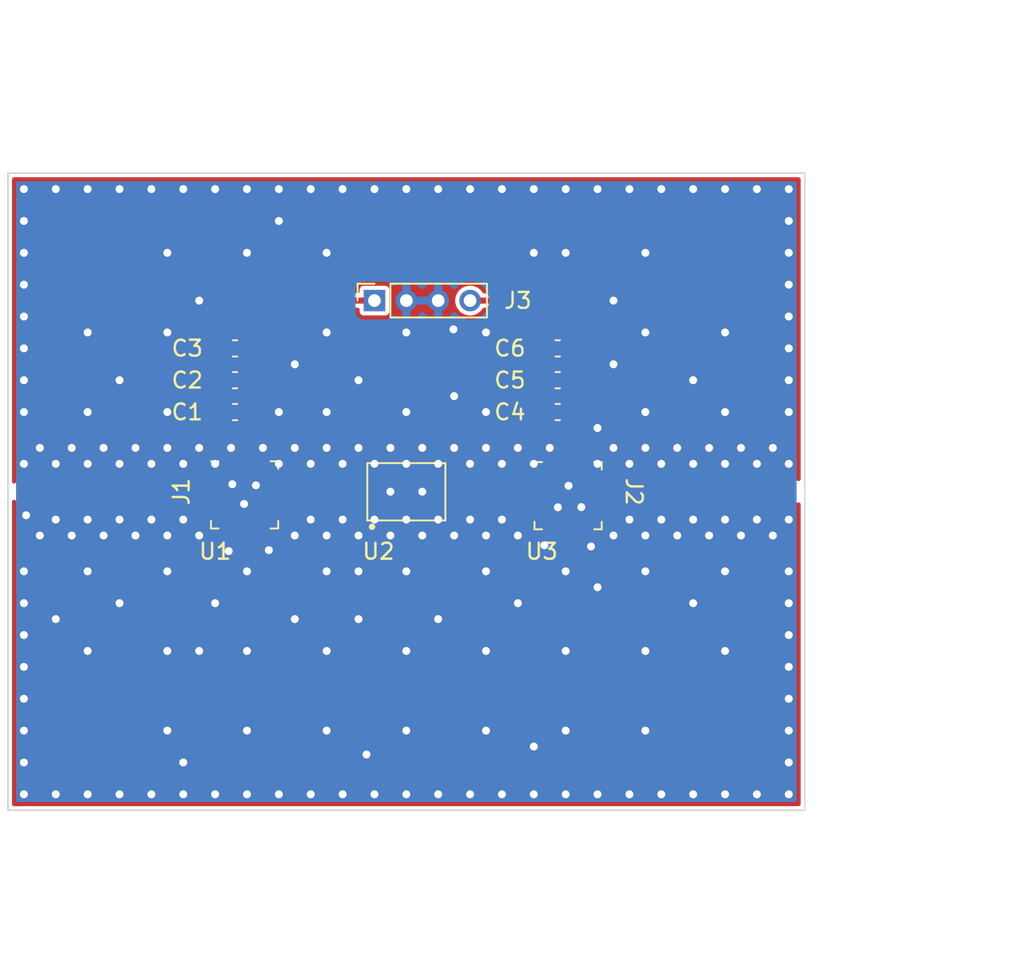
<source format=kicad_pcb>
(kicad_pcb (version 20211014) (generator pcbnew)
  (layers (0 "F.Cu" signal) (31 "B.Cu" signal) (34 "B.Paste" user) (35 "F.Paste" user) (36 "B.SilkS" user "B.Silkscreen") (37 "F.SilkS" user "F.Silkscreen") (38 "B.Mask" user) (39 "F.Mask" user) (44 "Edge.Cuts" user))
  (net 0 "")
  (net 1 "VDD")
  (net 2 "GND")
  (net 3 "/RF_In")
  (net 4 "/RF_Out")
  (net 16 "Net-(U1-Pad16)")
  (net 23 "Net-(U2-Pad2)")
  (footprint "GGS_Connectors:Johnson_142-0761-861" (layer "F.Cu") (at 130.382 95 90)
    (fp_text reference "J1" (at 0 -0.5 90 unlocked) (layer "F.SilkS"))
    (fp_text value "SMA")
    (pad "1" smd rect (at 0 -10.033 180) (size 1.27 0.889) (layers "F.Cu" "F.Paste" "F.Mask") (net 3 "/RF_In"))
    (pad "S1" smd rect (at 2.032 -8.382 180) (size 4.572 2.286) (layers "F.Cu" "F.Paste" "F.Mask") (net 2 "GND"))
    (pad "S2" smd rect (at -2.032 -8.382 180) (size 4.572 2.286) (layers "F.Cu" "F.Paste" "F.Mask") (net 2 "GND"))
  )
  (footprint "Capacitor_SMD:C_0603_1608Metric" (layer "F.Cu") (at 133.25 90 180)
    (fp_text reference "C1" (at 3 0) (layer "F.SilkS"))
    (fp_text value "100 pF")
    (fp_line (start -0.14058 0.51) (end 0.14058 0.51) (layer "F.SilkS") (width 0.12))
    (fp_line (start -0.14058 -0.51) (end 0.14058 -0.51) (layer "F.SilkS") (width 0.12))
    (pad "1" smd roundrect (at -0.775 0 180) (size 0.9 0.95) (layers "F.Cu" "F.Paste" "F.Mask") (net 1 "VDD"))
    (pad "2" smd roundrect (at 0.775 0 180) (size 0.9 0.95) (layers "F.Cu" "F.Paste" "F.Mask") (net 2 "GND"))
  )
  (footprint "GGS_Connectors:Johnson_142-0761-861" (layer "F.Cu") (at 157.791 95 -90)
    (fp_text reference "J2" (at 0 -0.5 -90 unlocked) (layer "F.SilkS"))
    (fp_text value "SMA")
    (pad "1" smd rect (at 0 -10.033) (size 1.27 0.889) (layers "F.Cu" "F.Paste" "F.Mask") (net 4 "/RF_Out"))
    (pad "S1" smd rect (at 2.032 -8.382) (size 4.572 2.286) (layers "F.Cu" "F.Paste" "F.Mask") (net 2 "GND"))
    (pad "S2" smd rect (at -2.032 -8.382) (size 4.572 2.286) (layers "F.Cu" "F.Paste" "F.Mask") (net 2 "GND"))
  )
  (footprint "Connector_PinSocket_2.00mm:PinSocket_1x04_P2.00mm_Vertical" (layer "F.Cu") (at 142 83 90)
    (fp_text reference "J3" (at 0 9 180) (layer "F.SilkS"))
    (fp_text value "Conn_01x04")
    (fp_line (start -1.06 1) (end -1.06 7.06) (layer "F.SilkS") (width 0.12))
    (fp_line (start 0 -1.06) (end 1.06 -1.06) (layer "F.SilkS") (width 0.12))
    (fp_line (start 1.06 1) (end 1.06 7.06) (layer "F.SilkS") (width 0.12))
    (fp_line (start 1.06 -1.06) (end 1.06 0) (layer "F.SilkS") (width 0.12))
    (fp_line (start -1.06 1) (end 1.06 1) (layer "F.SilkS") (width 0.12))
    (fp_line (start -1.06 7.06) (end 1.06 7.06) (layer "F.SilkS") (width 0.12))
    (pad "1" thru_hole rect (at 0 0 90) (size 1.35 1.35) (drill 0.8) (layers *.Cu *.Mask) (net 1 "VDD"))
    (pad "2" thru_hole oval (at 0 2 90) (size 1.35 1.35) (drill 0.8) (layers *.Cu *.Mask) (net 2 "GND"))
    (pad "3" thru_hole oval (at 0 4 90) (size 1.35 1.35) (drill 0.8) (layers *.Cu *.Mask) (net 2 "GND"))
    (pad "4" thru_hole oval (at 0 6 90) (size 1.35 1.35) (drill 0.8) (layers *.Cu *.Mask) (net 1 "VDD"))
  )
  (footprint "Capacitor_SMD:C_0603_1608Metric" (layer "F.Cu") (at 153.5 90 180)
    (fp_text reference "C4" (at 3 0) (layer "F.SilkS"))
    (fp_text value "100 pF")
    (fp_line (start -0.14058 0.51) (end 0.14058 0.51) (layer "F.SilkS") (width 0.12))
    (fp_line (start -0.14058 -0.51) (end 0.14058 -0.51) (layer "F.SilkS") (width 0.12))
    (pad "1" smd roundrect (at -0.775 0 180) (size 0.9 0.95) (layers "F.Cu" "F.Paste" "F.Mask") (net 1 "VDD"))
    (pad "2" smd roundrect (at 0.775 0 180) (size 0.9 0.95) (layers "F.Cu" "F.Paste" "F.Mask") (net 2 "GND"))
  )
  (footprint "Capacitor_SMD:C_0603_1608Metric" (layer "F.Cu") (at 153.5 86 180)
    (fp_text reference "C6" (at 3 0) (layer "F.SilkS"))
    (fp_text value "2.2 uF")
    (fp_line (start -0.14058 -0.51) (end 0.14058 -0.51) (layer "F.SilkS") (width 0.12))
    (fp_line (start -0.14058 0.51) (end 0.14058 0.51) (layer "F.SilkS") (width 0.12))
    (pad "1" smd roundrect (at -0.775 0 180) (size 0.9 0.95) (layers "F.Cu" "F.Paste" "F.Mask") (net 1 "VDD"))
    (pad "2" smd roundrect (at 0.775 0 180) (size 0.9 0.95) (layers "F.Cu" "F.Paste" "F.Mask") (net 2 "GND"))
  )
  (footprint "Capacitor_SMD:C_0603_1608Metric" (layer "F.Cu") (at 133.25 86 180)
    (fp_text reference "C3" (at 3 -0.000007) (layer "F.SilkS") (effects (font (thickness 0.1524))))
    (fp_text value "2.2 uF")
    (fp_line (start -0.14058 -0.51) (end 0.14058 -0.51) (layer "F.SilkS") (width 0.12))
    (fp_line (start -0.14058 0.51) (end 0.14058 0.51) (layer "F.SilkS") (width 0.12))
    (pad "1" smd roundrect (at -0.775 0 180) (size 0.9 0.95) (layers "F.Cu" "F.Paste" "F.Mask") (net 1 "VDD"))
    (pad "2" smd roundrect (at 0.775 0 180) (size 0.9 0.95) (layers "F.Cu" "F.Paste" "F.Mask") (net 2 "GND"))
  )
  (footprint "Capacitor_SMD:C_0603_1608Metric" (layer "F.Cu") (at 153.5 88 180)
    (fp_text reference "C5" (at 3 0) (layer "F.SilkS"))
    (fp_text value "1 nF")
    (fp_line (start -0.14058 0.51) (end 0.14058 0.51) (layer "F.SilkS") (width 0.12))
    (fp_line (start -0.14058 -0.51) (end 0.14058 -0.51) (layer "F.SilkS") (width 0.12))
    (pad "1" smd roundrect (at -0.775 0 180) (size 0.9 0.95) (layers "F.Cu" "F.Paste" "F.Mask") (net 1 "VDD"))
    (pad "2" smd roundrect (at 0.775 0 180) (size 0.9 0.95) (layers "F.Cu" "F.Paste" "F.Mask") (net 2 "GND"))
  )
  (footprint "Package_DFN_QFN:QFN-24-1EP_4x4mm_P0.5mm_EP2.6x2.6mm" (layer "F.Cu") (at 154.151238 95.249999)
    (fp_text reference "U3" (at -1.651238 3.500001) (layer "F.SilkS") (effects (font (thickness 0.1524))))
    (fp_text value "HMC342")
    (fp_line (start 2.11 -2.11) (end 2.11 -1.635) (layer "F.SilkS") (width 0.12))
    (fp_line (start -1.635 2.11) (end -2.11 2.11) (layer "F.SilkS") (width 0.12))
    (fp_line (start 2.11 2.11) (end 2.11 1.635) (layer "F.SilkS") (width 0.12))
    (fp_line (start -2.11 2.11) (end -2.11 1.635) (layer "F.SilkS") (width 0.12))
    (fp_line (start 1.635 -2.11) (end 2.11 -2.11) (layer "F.SilkS") (width 0.12))
    (fp_line (start -1.635 -2.11) (end -2.11 -2.11) (layer "F.SilkS") (width 0.12))
    (fp_line (start 1.635 2.11) (end 2.11 2.11) (layer "F.SilkS") (width 0.12))
    (pad "1" smd roundrect (at -1.9375 -1.25) (size 0.825 0.25) (layers "F.Cu" "F.Paste" "F.Mask"))
    (pad "2" smd roundrect (at -1.9375 -0.75) (size 0.825 0.25) (layers "F.Cu" "F.Paste" "F.Mask") (net 2 "GND"))
    (pad "3" smd roundrect (at -1.9375 -0.25) (size 0.825 0.25) (layers "F.Cu" "F.Paste" "F.Mask") (net 23 "Net-(U2-Pad2)"))
    (pad "4" smd roundrect (at -1.9375 0.25) (size 0.825 0.25) (layers "F.Cu" "F.Paste" "F.Mask") (net 2 "GND"))
    (pad "5" smd roundrect (at -1.9375 0.75) (size 0.825 0.25) (layers "F.Cu" "F.Paste" "F.Mask"))
    (pad "6" smd roundrect (at -1.9375 1.25) (size 0.825 0.25) (layers "F.Cu" "F.Paste" "F.Mask"))
    (pad "7" smd roundrect (at -1.25 1.9375) (size 0.25 0.825) (layers "F.Cu" "F.Paste" "F.Mask"))
    (pad "8" smd roundrect (at -0.75 1.9375) (size 0.25 0.825) (layers "F.Cu" "F.Paste" "F.Mask"))
    (pad "9" smd roundrect (at -0.25 1.9375) (size 0.25 0.825) (layers "F.Cu" "F.Paste" "F.Mask"))
    (pad "10" smd roundrect (at 0.25 1.9375) (size 0.25 0.825) (layers "F.Cu" "F.Paste" "F.Mask"))
    (pad "11" smd roundrect (at 0.75 1.9375) (size 0.25 0.825) (layers "F.Cu" "F.Paste" "F.Mask"))
    (pad "12" smd roundrect (at 1.25 1.9375) (size 0.25 0.825) (layers "F.Cu" "F.Paste" "F.Mask"))
    (pad "13" smd roundrect (at 1.9375 1.25) (size 0.825 0.25) (layers "F.Cu" "F.Paste" "F.Mask"))
    (pad "14" smd roundrect (at 1.9375 0.75) (size 0.825 0.25) (layers "F.Cu" "F.Paste" "F.Mask"))
    (pad "15" smd roundrect (at 1.9375 0.25) (size 0.825 0.25) (layers "F.Cu" "F.Paste" "F.Mask") (net 2 "GND"))
    (pad "16" smd roundrect (at 1.9375 -0.25) (size 0.825 0.25) (layers "F.Cu" "F.Paste" "F.Mask") (net 4 "/RF_Out"))
    (pad "17" smd roundrect (at 1.9375 -0.75) (size 0.825 0.25) (layers "F.Cu" "F.Paste" "F.Mask") (net 2 "GND"))
    (pad "18" smd roundrect (at 1.9375 -1.25) (size 0.825 0.25) (layers "F.Cu" "F.Paste" "F.Mask"))
    (pad "19" smd roundrect (at 1.25 -1.9375) (size 0.25 0.825) (layers "F.Cu" "F.Paste" "F.Mask"))
    (pad "20" smd roundrect (at 0.75 -1.9375) (size 0.25 0.825) (layers "F.Cu" "F.Paste" "F.Mask"))
    (pad "21" smd roundrect (at 0.25 -1.9375) (size 0.25 0.825) (layers "F.Cu" "F.Paste" "F.Mask") (net 1 "VDD"))
    (pad "22" smd roundrect (at -0.25 -1.9375) (size 0.25 0.825) (layers "F.Cu" "F.Paste" "F.Mask"))
    (pad "23" smd roundrect (at -0.75 -1.9375) (size 0.25 0.825) (layers "F.Cu" "F.Paste" "F.Mask"))
    (pad "24" smd roundrect (at -1.25 -1.9375) (size 0.25 0.825) (layers "F.Cu" "F.Paste" "F.Mask"))
    (pad "25" smd rect (at 0 0) (size 2.6 2.6) (layers "F.Cu" "F.Mask") (net 2 "GND"))
  )
  (footprint "Capacitor_SMD:C_0603_1608Metric" (layer "F.Cu") (at 133.25 88 180)
    (fp_text reference "C2" (at 3 0) (layer "F.SilkS"))
    (fp_text value "1 nF")
    (fp_line (start -0.14058 0.51) (end 0.14058 0.51) (layer "F.SilkS") (width 0.12))
    (fp_line (start -0.14058 -0.51) (end 0.14058 -0.51) (layer "F.SilkS") (width 0.12))
    (pad "1" smd roundrect (at -0.775 0 180) (size 0.9 0.95) (layers "F.Cu" "F.Paste" "F.Mask") (net 1 "VDD"))
    (pad "2" smd roundrect (at 0.775 0 180) (size 0.9 0.95) (layers "F.Cu" "F.Paste" "F.Mask") (net 2 "GND"))
  )
  (footprint "Package_DFN_QFN:QFN-24-1EP_4x4mm_P0.5mm_EP2.6x2.6mm" (layer "F.Cu") (at 133.848751 95.199999)
    (fp_text reference "U1" (at -1.848751 3.550001) (layer "F.SilkS") (effects (font (thickness 0.1524))))
    (fp_text value "HMC342")
    (fp_line (start -1.635 2.11) (end -2.11 2.11) (layer "F.SilkS") (width 0.12))
    (fp_line (start -1.635 -2.11) (end -2.11 -2.11) (layer "F.SilkS") (width 0.12))
    (fp_line (start 1.635 -2.11) (end 2.11 -2.11) (layer "F.SilkS") (width 0.12))
    (fp_line (start 2.11 2.11) (end 2.11 1.635) (layer "F.SilkS") (width 0.12))
    (fp_line (start -2.11 2.11) (end -2.11 1.635) (layer "F.SilkS") (width 0.12))
    (fp_line (start 1.635 2.11) (end 2.11 2.11) (layer "F.SilkS") (width 0.12))
    (fp_line (start 2.11 -2.11) (end 2.11 -1.635) (layer "F.SilkS") (width 0.12))
    (pad "1" smd roundrect (at -1.9375 -1.25) (size 0.825 0.25) (layers "F.Cu" "F.Paste" "F.Mask"))
    (pad "2" smd roundrect (at -1.9375 -0.75) (size 0.825 0.25) (layers "F.Cu" "F.Paste" "F.Mask") (net 2 "GND"))
    (pad "3" smd roundrect (at -1.9375 -0.25) (size 0.825 0.25) (layers "F.Cu" "F.Paste" "F.Mask") (net 3 "/RF_In"))
    (pad "4" smd roundrect (at -1.9375 0.25) (size 0.825 0.25) (layers "F.Cu" "F.Paste" "F.Mask") (net 2 "GND"))
    (pad "5" smd roundrect (at -1.9375 0.75) (size 0.825 0.25) (layers "F.Cu" "F.Paste" "F.Mask"))
    (pad "6" smd roundrect (at -1.9375 1.25) (size 0.825 0.25) (layers "F.Cu" "F.Paste" "F.Mask"))
    (pad "7" smd roundrect (at -1.25 1.9375) (size 0.25 0.825) (layers "F.Cu" "F.Paste" "F.Mask"))
    (pad "8" smd roundrect (at -0.75 1.9375) (size 0.25 0.825) (layers "F.Cu" "F.Paste" "F.Mask"))
    (pad "9" smd roundrect (at -0.25 1.9375) (size 0.25 0.825) (layers "F.Cu" "F.Paste" "F.Mask"))
    (pad "10" smd roundrect (at 0.25 1.9375) (size 0.25 0.825) (layers "F.Cu" "F.Paste" "F.Mask"))
    (pad "11" smd roundrect (at 0.75 1.9375) (size 0.25 0.825) (layers "F.Cu" "F.Paste" "F.Mask"))
    (pad "12" smd roundrect (at 1.25 1.9375) (size 0.25 0.825) (layers "F.Cu" "F.Paste" "F.Mask"))
    (pad "13" smd roundrect (at 1.9375 1.25) (size 0.825 0.25) (layers "F.Cu" "F.Paste" "F.Mask"))
    (pad "14" smd roundrect (at 1.9375 0.75) (size 0.825 0.25) (layers "F.Cu" "F.Paste" "F.Mask"))
    (pad "15" smd roundrect (at 1.9375 0.25) (size 0.825 0.25) (layers "F.Cu" "F.Paste" "F.Mask") (net 2 "GND"))
    (pad "16" smd roundrect (at 1.9375 -0.25) (size 0.825 0.25) (layers "F.Cu" "F.Paste" "F.Mask") (net 16 "Net-(U1-Pad16)"))
    (pad "17" smd roundrect (at 1.9375 -0.75) (size 0.825 0.25) (layers "F.Cu" "F.Paste" "F.Mask") (net 2 "GND"))
    (pad "18" smd roundrect (at 1.9375 -1.25) (size 0.825 0.25) (layers "F.Cu" "F.Paste" "F.Mask"))
    (pad "19" smd roundrect (at 1.25 -1.9375) (size 0.25 0.825) (layers "F.Cu" "F.Paste" "F.Mask"))
    (pad "20" smd roundrect (at 0.75 -1.9375) (size 0.25 0.825) (layers "F.Cu" "F.Paste" "F.Mask"))
    (pad "21" smd roundrect (at 0.25 -1.9375) (size 0.25 0.825) (layers "F.Cu" "F.Paste" "F.Mask") (net 1 "VDD"))
    (pad "22" smd roundrect (at -0.25 -1.9375) (size 0.25 0.825) (layers "F.Cu" "F.Paste" "F.Mask"))
    (pad "23" smd roundrect (at -0.75 -1.9375) (size 0.25 0.825) (layers "F.Cu" "F.Paste" "F.Mask"))
    (pad "24" smd roundrect (at -1.25 -1.9375) (size 0.25 0.825) (layers "F.Cu" "F.Paste" "F.Mask"))
    (pad "25" smd rect (at 0 0) (size 2.6 2.6) (layers "F.Cu" "F.Mask") (net 2 "GND"))
  )
  (footprint "GGS_RF:NM1812C-2" (layer "F.Cu") (at 141.75 98.605001)
    (fp_text reference "U2" (at 0.5 0.144999 unlocked) (layer "F.SilkS") (effects (font (thickness 0.1524))))
    (fp_text value "BFHK-2582+")
    (fp_poly (pts (xy 4.5 -3.9) (xy 3.89 -3.9) (xy 3.89 -3.3) (xy 4.5 -3.3) (xy 4.5 -2) (xy 0 -2) (xy 0 -3.3) (xy 0.61 -3.3) (xy 0.61 -3.9) (xy 0 -3.9) (xy 0 -5.2) (xy 4.5 -5.2)) (layer "F.Cu") (width 0.12) (fill solid))
    (fp_rect (start -0.2 -1.8) (end 4.7 -5.4) (layer "F.SilkS") (width 0.12) (fill none))
    (fp_circle (center 0.1 -1.4) (end 0.241421 -1.4) (layer "F.SilkS") (width 0.12) (fill solid))
    (pad "1" smd rect (at 0.1 -3.6) (size 0.35 0.18) (layers "F.Cu" "F.Paste" "F.Mask") (net 16 "Net-(U1-Pad16)"))
    (pad "2" smd rect (at 4.4 -3.6) (size 0.35 0.18) (layers "F.Cu" "F.Paste" "F.Mask") (net 23 "Net-(U2-Pad2)"))
    (pad "3" smd roundrect (at 2.2 -3.6) (size 0.35 0.18) (layers "F.Cu" "F.Paste" "F.Mask") (net 2 "GND"))
  )
  (gr_rect (start 119 115) (end 169 75) (layer "Edge.Cuts") (width 0.1) (fill none))
  (gr_text "GND" (at 144.000008 79 90) (layer "F.Cu") (effects (font (size 1 1) (thickness 0.25))))
  (gr_text "GND" (at 148 79 90) (layer "F.Cu") (effects (font (size 1 1) (thickness 0.25))))
  (gr_text "LNA + BPF + LNA Evaluation Board" (at 144.5 107.5) (layer "F.Cu") (effects (font (size 1 1) (thickness 0.25))))
  (gr_text "Vdd2" (at 146.000004 79 90) (layer "F.Cu") (effects (font (size 1 1) (thickness 0.25))))
  (gr_text "Vdd1" (at 142.000007 79.000012 90) (layer "F.Cu") (effects (font (size 1 1) (thickness 0.25))))
  (segment (start 136.5 83) (end 134.098751 85.401249) (width 0.381) (layer "F.Cu") (net 1))
  (segment (start 136.5 83) (end 142 83) (width 0.381) (layer "F.Cu") (net 1))
  (segment (start 153 83) (end 148 83) (width 0.381) (layer "F.Cu") (net 1))
  (segment (start 134.098751 85.401249) (end 134.098751 93.262499) (width 0.381) (layer "F.Cu") (net 1))
  (segment (start 154.401238 84.401238) (end 153 83) (width 0.381) (layer "F.Cu") (net 1))
  (segment (start 154.401238 93.312499) (end 154.401238 84.401238) (width 0.381) (layer "F.Cu") (net 1))
  (segment (start 143.944999 95) (end 143.95 95.005001) (width 0.381) (layer "F.Cu") (net 2))
  (segment (start 140 96.75) (end 148 96.75) (width 0.84074) (layer "F.Cu") (net 2))
  (segment (start 148 93.25) (end 140 93.25) (width 0.84074) (layer "F.Cu") (net 2))
  (segment (start 143 95) (end 143.944999 95) (width 0.381) (layer "F.Cu") (net 2))
  (via (at 135.37 98.67) (size 0.9) (drill 0.5) (layers "F.Cu" "B.Cu") (net 2))
  (via (at 144 96.75) (size 0.9) (drill 0.5) (layers "F.Cu" "B.Cu") (net 2))
  (via (at 168 110) (size 0.9) (drill 0.5) (layers "F.Cu" "B.Cu") (net 2))
  (via (at 156 91) (size 0.9) (drill 0.5) (layers "F.Cu" "B.Cu") (net 2))
  (via (at 129 105) (size 0.9) (drill 0.5) (layers "F.Cu" "B.Cu") (net 2))
  (via (at 144 110) (size 0.9) (drill 0.5) (layers "F.Cu" "B.Cu") (net 2))
  (via (at 166 114) (size 0.9) (drill 0.5) (layers "F.Cu" "B.Cu") (net 2))
  (via (at 131 105) (size 0.9) (drill 0.5) (layers "F.Cu" "B.Cu") (net 2))
  (via (at 136 93.25) (size 0.9) (drill 0.5) (layers "F.Cu" "B.Cu") (net 2))
  (via (at 166 96.75) (size 0.9) (drill 0.5) (layers "F.Cu" "B.Cu") (net 2))
  (via (at 134 100) (size 0.9) (drill 0.5) (layers "F.Cu" "B.Cu") (net 2))
  (via (at 164 105) (size 0.9) (drill 0.5) (layers "F.Cu" "B.Cu") (net 2))
  (via (at 159 85) (size 0.9) (drill 0.5) (layers "F.Cu" "B.Cu") (net 2))
  (via (at 144 90) (size 0.9) (drill 0.5) (layers "F.Cu" "B.Cu") (net 2))
  (via (at 162 93.25) (size 0.9) (drill 0.5) (layers "F.Cu" "B.Cu") (net 2))
  (via (at 165 92.25) (size 0.9) (drill 0.5) (layers "F.Cu" "B.Cu") (net 2))
  (via (at 126 93.25) (size 0.9) (drill 0.5) (layers "F.Cu" "B.Cu") (net 2))
  (via (at 166 93.25) (size 0.9) (drill 0.5) (layers "F.Cu" "B.Cu") (net 2))
  (via (at 130 96.75) (size 0.9) (drill 0.5) (layers "F.Cu" "B.Cu") (net 2))
  (via (at 144 100) (size 0.9) (drill 0.5) (layers "F.Cu" "B.Cu") (net 2))
  (via (at 132.85 98.73) (size 0.9) (drill 0.5) (layers "F.Cu" "B.Cu") (net 2))
  (via (at 120 104) (size 0.9) (drill 0.5) (layers "F.Cu" "B.Cu") (net 2))
  (via (at 131 97.75) (size 0.9) (drill 0.5) (layers "F.Cu" "B.Cu") (net 2))
  (via (at 152 114) (size 0.9) (drill 0.5) (layers "F.Cu" "B.Cu") (net 2))
  (via (at 139 100) (size 0.9) (drill 0.5) (layers "F.Cu" "B.Cu") (net 2))
  (via (at 156 93.25) (size 0.9) (drill 0.5) (layers "F.Cu" "B.Cu") (net 2))
  (via (at 154 114) (size 0.9) (drill 0.5) (layers "F.Cu" "B.Cu") (net 2))
  (via (at 150 114) (size 0.9) (drill 0.5) (layers "F.Cu" "B.Cu") (net 2))
  (via (at 144 76) (size 0.9) (drill 0.5) (layers "F.Cu" "B.Cu") (net 2))
  (via (at 168 78) (size 0.9) (drill 0.5) (layers "F.Cu" "B.Cu") (net 2))
  (via (at 160 96.75) (size 0.9) (drill 0.5) (layers "F.Cu" "B.Cu") (net 2))
  (via (at 142 93.25) (size 0.9) (drill 0.5) (layers "F.Cu" "B.Cu") (net 2))
  (via (at 145 97.75) (size 0.9) (drill 0.5) (layers "F.Cu" "B.Cu") (net 2))
  (via (at 120 86) (size 0.9) (drill 0.5) (layers "F.Cu" "B.Cu") (net 2))
  (via (at 134 80) (size 0.9) (drill 0.5) (layers "F.Cu" "B.Cu") (net 2))
  (via (at 159 92.25) (size 0.9) (drill 0.5) (layers "F.Cu" "B.Cu") (net 2))
  (via (at 134 110) (size 0.9) (drill 0.5) (layers "F.Cu" "B.Cu") (net 2))
  (via (at 124 90) (size 0.9) (drill 0.5) (layers "F.Cu" "B.Cu") (net 2))
  (via (at 163 92.25) (size 0.9) (drill 0.5) (layers "F.Cu" "B.Cu") (net 2))
  (via (at 134 76) (size 0.9) (drill 0.5) (layers "F.Cu" "B.Cu") (net 2))
  (via (at 162 76) (size 0.9) (drill 0.5) (layers "F.Cu" "B.Cu") (net 2))
  (via (at 138 96.75) (size 0.9) (drill 0.5) (layers "F.Cu" "B.Cu") (net 2))
  (via (at 139 110) (size 0.9) (drill 0.5) (layers "F.Cu" "B.Cu") (net 2))
  (via (at 140 114) (size 0.9) (drill 0.5) (layers "F.Cu" "B.Cu") (net 2))
  (via (at 168 84) (size 0.9) (drill 0.5) (layers "F.Cu" "B.Cu") (net 2))
  (via (at 154.98 95.97) (size 0.9) (drill 0.5) (layers "F.Cu" "B.Cu") (net 2))
  (via (at 129 90) (size 0.9) (drill 0.5) (layers "F.Cu" "B.Cu") (net 2))
  (via (at 144 114) (size 0.9) (drill 0.5) (layers "F.Cu" "B.Cu") (net 2))
  (via (at 146.956557 84.805822) (size 0.9) (drill 0.5) (layers "F.Cu" "B.Cu") (net 2))
  (via (at 123 97.75) (size 0.9) (drill 0.5) (layers "F.Cu" "B.Cu") (net 2))
  (via (at 120 93.25) (size 0.9) (drill 0.5) (layers "F.Cu" "B.Cu") (net 2))
  (via (at 151 102) (size 0.9) (drill 0.5) (layers "F.Cu" "B.Cu") (net 2))
  (via (at 121 92.25) (size 0.9) (drill 0.5) (layers "F.Cu" "B.Cu") (net 2))
  (via (at 168 102) (size 0.9) (drill 0.5) (layers "F.Cu" "B.Cu") (net 2))
  (via (at 145 92.25) (size 0.9) (drill 0.5) (layers "F.Cu" "B.Cu") (net 2))
  (via (at 168 106) (size 0.9) (drill 0.5) (layers "F.Cu" "B.Cu") (net 2))
  (via (at 148 114) (size 0.9) (drill 0.5) (layers "F.Cu" "B.Cu") (net 2))
  (via (at 149 92.25) (size 0.9) (drill 0.5) (layers "F.Cu" "B.Cu") (net 2))
  (via (at 120 110) (size 0.9) (drill 0.5) (layers "F.Cu" "B.Cu") (net 2))
  (via (at 168 90) (size 0.9) (drill 0.5) (layers "F.Cu" "B.Cu") (net 2))
  (via (at 166 76) (size 0.9) (drill 0.5) (layers "F.Cu" "B.Cu") (net 2))
  (via (at 126 114) (size 0.9) (drill 0.5) (layers "F.Cu" "B.Cu") (net 2))
  (via (at 124 85) (size 0.9) (drill 0.5) (layers "F.Cu" "B.Cu") (net 2))
  (via (at 129 97.75) (size 0.9) (drill 0.5) (layers "F.Cu" "B.Cu") (net 2))
  (via (at 141.5 111.5) (size 0.9) (drill 0.5) (layers "F.Cu" "B.Cu") (net 2))
  (via (at 154 80) (size 0.9) (drill 0.5) (layers "F.Cu" "B.Cu") (net 2))
  (via (at 168 80) (size 0.9) (drill 0.5) (layers "F.Cu" "B.Cu") (net 2))
  (via (at 156 76) (size 0.9) (drill 0.5) (layers "F.Cu" "B.Cu") (net 2))
  (via (at 147 97.75) (size 0.9) (drill 0.5) (layers "F.Cu" "B.Cu") (net 2))
  (via (at 122 114) (size 0.9) (drill 0.5) (layers "F.Cu" "B.Cu") (net 2))
  (via (at 125 97.75) (size 0.9) (drill 0.5) (layers "F.Cu" "B.Cu") (net 2))
  (via (at 146 93.25) (size 0.9) (drill 0.5) (layers "F.Cu" "B.Cu") (net 2))
  (via (at 122 103) (size 0.9) (drill 0.5) (layers "F.Cu" "B.Cu") (net 2))
  (via (at 160 114) (size 0.9) (drill 0.5) (layers "F.Cu" "B.Cu") (net 2))
  (via (at 141 103) (size 0.9) (drill 0.5) (layers "F.Cu" "B.Cu") (net 2))
  (via (at 160 76) (size 0.9) (drill 0.5) (layers "F.Cu" "B.Cu") (net 2))
  (via (at 145 95) (size 0.9) (drill 0.5) (layers "F.Cu" "B.Cu") (net 2))
  (via (at 134 105) (size 0.9) (drill 0.5) (layers "F.Cu" "B.Cu") (net 2))
  (via (at 161 92.25) (size 0.9) (drill 0.5) (layers "F.Cu" "B.Cu") (net 2))
  (via (at 143 95) (size 0.9) (drill 0.5) (layers "F.Cu" "B.Cu") (net 2))
  (via (at 164 85) (size 0.9) (drill 0.5) (layers "F.Cu" "B.Cu") (net 2))
  (via (at 138 76) (size 0.9) (drill 0.5) (layers "F.Cu" "B.Cu") (net 2))
  (via (at 140 76) (size 0.9) (drill 0.5) (layers "F.Cu" "B.Cu") (net 2))
  (via (at 157 87) (size 0.9) (drill 0.5) (layers "F.Cu" "B.Cu") (net 2))
  (via (at 143 97.75) (size 0.9) (drill 0.5) (layers "F.Cu" "B.Cu") (net 2))
  (via (at 126 88) (size 0.9) (drill 0.5) (layers "F.Cu" "B.Cu") (net 2))
  (via (at 163 97.75) (size 0.9) (drill 0.5) (layers "F.Cu" "B.Cu") (net 2))
  (via (at 142 114) (size 0.9) (drill 0.5) (layers "F.Cu" "B.Cu") (net 2))
  (via (at 168 96.75) (size 0.9) (drill 0.5) (layers "F.Cu" "B.Cu") (net 2))
  (via (at 157 83) (size 0.9) (drill 0.5) (layers "F.Cu" "B.Cu") (net 2))
  (via (at 128 76) (size 0.9) (drill 0.5) (layers "F.Cu" "B.Cu") (net 2))
  (via (at 141 92.25) (size 0.9) (drill 0.5) (layers "F.Cu" "B.Cu") (net 2))
  (via (at 132 93.25) (size 0.9) (drill 0.5) (layers "F.Cu" "B.Cu") (net 2))
  (via (at 137 103) (size 0.9) (drill 0.5) (layers "F.Cu" "B.Cu") (net 2))
  (via (at 151 97.75) (size 0.9) (drill 0.5) (layers "F.Cu" "B.Cu") (net 2))
  (via (at 162 102) (size 0.9) (drill 0.5) (layers "F.Cu" "B.Cu") (net 2))
  (via (at 129 100) (size 0.9) (drill 0.5) (layers "F.Cu" "B.Cu") (net 2))
  (via (at 131 92.25) (size 0.9) (drill 0.5) (layers "F.Cu" "B.Cu") (net 2))
  (via (at 158 114) (size 0.9) (drill 0.5) (layers "F.Cu" "B.Cu") (net 2))
  (via (at 161 97.75) (size 0.9) (drill 0.5) (layers "F.Cu" "B.Cu") (net 2))
  (via (at 168 86) (size 0.9) (drill 0.5) (layers "F.Cu" "B.Cu") (net 2))
  (via (at 164 76) (size 0.9) (drill 0.5) (layers "F.Cu" "B.Cu") (net 2))
  (via (at 164 100) (size 0.9) (drill 0.5) (layers "F.Cu" "B.Cu") (net 2))
  (via (at 140 93.25) (size 0.9) (drill 0.5) (layers "F.Cu" "B.Cu") (net 2))
  (via (at 168 82) (size 0.9) (drill 0.5) (layers "F.Cu" "B.Cu") (net 2))
  (via (at 168 112) (size 0.9) (drill 0.5) (layers "F.Cu" "B.Cu") (net 2))
  (via (at 144 85) (size 0.9) (drill 0.5) (layers "F.Cu" "B.Cu") (net 2))
  (via (at 127 92.25) (size 0.9) (drill 0.5) (layers "F.Cu" "B.Cu") (net 2))
  (via (at 156 114) (size 0.9) (drill 0.5) (layers "F.Cu" "B.Cu") (net 2))
  (via (at 149 85) (size 0.9) (drill 0.5) (layers "F.Cu" "B.Cu") (net 2))
  (via (at 132 102) (size 0.9) (drill 0.5) (layers "F.Cu" "B.Cu") (net 2))
  (via (at 120 88) (size 0.9) (drill 0.5) (layers "F.Cu" "B.Cu") (net 2))
  (via (at 139 80) (size 0.9) (drill 0.5) (layers "F.Cu" "B.Cu") (net 2))
  (via (at 124 93.25) (size 0.9) (drill 0.5) (layers "F.Cu" "B.Cu") (net 2))
  (via (at 140 96.75) (size 0.9) (drill 0.5) (layers "F.Cu" "B.Cu") (net 2))
  (via (at 159 105) (size 0.9) (drill 0.5) (layers "F.Cu" "B.Cu") (net 2))
  (via (at 147 89) (size 0.9) (drill 0.5) (layers "F.Cu" "B.Cu") (net 2))
  (via (at 120 76) (size 0.9) (drill 0.5) (layers "F.Cu" "B.Cu") (net 2))
  (via (at 120 90) (size 0.9) (drill 0.5) (layers "F.Cu" "B.Cu") (net 2))
  (via (at 129 85) (size 0.9) (drill 0.5) (layers "F.Cu" "B.Cu") (net 2))
  (via (at 133 92.25) (size 0.9) (drill 0.5) (layers "F.Cu" "B.Cu") (net 2))
  (via (at 141 97.75) (size 0.9) (drill 0.5) (layers "F.Cu" "B.Cu") (net 2))
  (via (at 120 106) (size 0.9) (drill 0.5) (layers "F.Cu" "B.Cu") (net 2))
  (via (at 151 92.25) (size 0.9) (drill 0.5) (layers "F.Cu" "B.Cu") (net 2))
  (via (at 155.59 98.44) (size 0.9) (drill 0.5) (layers "F.Cu" "B.Cu") (net 2))
  (via (at 146 76) (size 0.9) (drill 0.5) (layers "F.Cu" "B.Cu") (net 2))
  (via (at 160 93.25) (size 0.9) (drill 0.5) (layers "F.Cu" "B.Cu") (net 2))
  (via (at 168 114) (size 0.9) (drill 0.5) (layers "F.Cu" "B.Cu") (net 2))
  (via (at 144 93.25) (size 0.9) (drill 0.5) (layers "F.Cu" "B.Cu") (net 2))
  (via (at 147 92.25) (size 0.9) (drill 0.5) (layers "F.Cu" "B.Cu") (net 2))
  (via (at 134 114) (size 0.9) (drill 0.5) (layers "F.Cu" "B.Cu") (net 2))
  (via (at 124 100) (size 0.9) (drill 0.5) (layers "F.Cu" "B.Cu") (net 2))
  (via (at 124 96.75) (size 0.9) (drill 0.5) (layers "F.Cu" "B.Cu") (net 2))
  (via (at 139 90) (size 0.9) (drill 0.5) (layers "F.Cu" "B.Cu") (net 2))
  (via (at 136 76) (size 0.9) (drill 0.5) (layers "F.Cu" "B.Cu") (net 2))
  (via (at 152.66 98.36) (size 0.9) (drill 0.5) (layers "F.Cu" "B.Cu") (net 2))
  (via (at 159 97.75) (size 0.9) (drill 0.5) (layers "F.Cu" "B.Cu") (net 2))
  (via (at 146 114) (size 0.9) (drill 0.5) (layers "F.Cu" "B.Cu") (net 2))
  (via (at 120 114) (size 0.9) (drill 0.5) (layers "F.Cu" "B.Cu") (net 2))
  (via (at 139 97.75) (size 0.9) (drill 0.5) (layers "F.Cu" "B.Cu") (net 2))
  (via (at 148 93.25) (size 0.9) (drill 0.5) (layers "F.Cu" "B.Cu") (net 2))
  (via (at 149 100) (size 0.9) (drill 0.5) (layers "F.Cu" "B.Cu") (net 2))
  (via (at 162 88) (size 0.9) (drill 0.5) (layers "F.Cu" "B.Cu") (net 2))
  (via (at 142 76) (size 0.9) (drill 0.5) (layers "F.Cu" "B.Cu") (net 2))
  (via (at 120 78) (size 0.9) (drill 0.5) (layers "F.Cu" "B.Cu") (net 2))
  (via (at 130 112) (size 0.9) (drill 0.5) (layers "F.Cu" "B.Cu") (net 2))
  (via (at 149 97.75) (size 0.9) (drill 0.5) (layers "F.Cu" "B.Cu") (net 2))
  (via (at 120 84) (size 0.9) (drill 0.5) (layers "F.Cu" "B.Cu") (net 2))
  (via (at 128 114) (size 0.9) (drill 0.5) (layers "F.Cu" "B.Cu") (net 2))
  (via (at 146 96.75) (size 0.9) (drill 0.5) (layers "F.Cu" "B.Cu") (net 2))
  (via (at 129 110) (size 0.9) (drill 0.5) (layers "F.Cu" "B.Cu") (net 2))
  (via (at 153 92.25) (size 0.9) (drill 0.5) (layers "F.Cu" "B.Cu") (net 2))
  (via (at 137 92.25) (size 0.9) (drill 0.5) (layers "F.Cu" "B.Cu") (net 2))
  (via (at 162 114) (size 0.9) (drill 0.5) (layers "F.Cu" "B.Cu") (net 2))
  (via (at 157 92.25) (size 0.9) (drill 0.5) (layers "F.Cu" "B.Cu") (net 2))
  (via (at 125 92.25) (size 0.9) (drill 0.5) (layers "F.Cu" "B.Cu") (net 2))
  (via (at 121 97.75) (size 0.9) (drill 0.5) (layers "F.Cu" "B.Cu") (net 2))
  (via (at 120 80) (size 0.9) (drill 0.5) (layers "F.Cu" "B.Cu") (net 2))
  (via (at 124 114) (size 0.9) (drill 0.5) (layers "F.Cu" "B.Cu") (net 2))
  (via (at 134.56 94.6) (size 0.9) (drill 0.5) (layers "F.Cu" "B.Cu") (net 2))
  (via (at 146 103) (size 0.9) (drill 0.5) (layers "F.Cu" "B.Cu") (net 2))
  (via (at 158 96.75) (size 0.9) (drill 0.5) (layers "F.Cu" "B.Cu") (net 2))
  (via (at 138 93.25) (size 0.9) (drill 0.5) (layers "F.Cu" "B.Cu") (net 2))
  (via (at 168 100) (size 0.9) (drill 0.5) (layers "F.Cu" "B.Cu") (net 2))
  (via (at 152 76) (size 0.9) (drill 0.5) (layers "F.Cu" "B.Cu") (net 2))
  (via (at 167 97.75) (size 0.9) (drill 0.5) (layers "F.Cu" "B.Cu") (net 2))
  (via (at 159 100) (size 0.9) (drill 0.5) (layers "F.Cu" "B.Cu") (net 2))
  (via (at 133.08 94.53) (size 0.9) (drill 0.5) (layers "F.Cu" "B.Cu") (net 2))
  (via (at 122 93.25) (size 0.9) (drill 0.5) (layers "F.Cu" "B.Cu") (net 2))
  (via (at 168 93.25) (size 0.9) (drill 0.5) (layers "F.Cu" "B.Cu") (net 2))
  (via (at 126 76) (size 0.9) (drill 0.5) (layers "F.Cu" "B.Cu") (net 2))
  (via (at 124 105) (size 0.9) (drill 0.5) (layers "F.Cu" "B.Cu") (net 2))
  (via (at 154 110) (size 0.9) (drill 0.5) (layers "F.Cu" "B.Cu") (net 2))
  (via (at 154 76) (size 0.9) (drill 0.5) (layers "F.Cu" "B.Cu") (net 2))
  (via (at 159 90) (size 0.9) (drill 0.5) (layers "F.Cu" "B.Cu") (net 2))
  (via (at 136 78) (size 0.9) (drill 0.5) (layers "F.Cu" "B.Cu") (net 2))
  (via (at 167 92.25) (size 0.9) (drill 0.5) (layers "F.Cu" "B.Cu") (net 2))
  (via (at 139 85) (size 0.9) (drill 0.5) (layers "F.Cu" "B.Cu") (net 2))
  (via (at 120 108) (size 0.9) (drill 0.5) (layers "F.Cu" "B.Cu") (net 2))
  (via (at 135 92.25) (size 0.9) (drill 0.5) (layers "F.Cu" "B.Cu") (net 2))
  (via (at 143 92.25) (size 0.9) (drill 0.5) (layers "F.Cu" "B.Cu") (net 2))
  (via (at 164 90) (size 0.9) (drill 0.5) (layers "F.Cu" "B.Cu") (net 2))
  (via (at 152 80) (size 0.9) (drill 0.5) (layers "F.Cu" "B.Cu") (net 2))
  (via (at 164 93.25) (size 0.9) (drill 0.5) (layers "F.Cu" "B.Cu") (net 2))
  (via (at 157 97.75) (size 0.9) (drill 0.5) (layers "F.Cu" "B.Cu") (net 2))
  (via (at 164 114) (size 0.9) (drill 0.5) (layers "F.Cu" "B.Cu") (net 2))
  (via (at 156 101) (size 0.9) (drill 0.5) (layers "F.Cu" "B.Cu") (net 2))
  (via (at 122 96.75) (size 0.9) (drill 0.5) (layers "F.Cu" "B.Cu") (net 2))
  (via (at 120 100) (size 0.9) (drill 0.5) (layers "F.Cu" "B.Cu") (net 2))
  (via (at 149 105) (size 0.9) (drill 0.5) (layers "F.Cu" "B.Cu") (net 2))
  (via (at 138 114) (size 0.9) (drill 0.5) (layers "F.Cu" "B.Cu") (net 2))
  (via (at 142 96.75) (size 0.9) (drill 0.5) (layers "F.Cu" "B.Cu") (net 2))
  (via (at 137 87) (size 0.9) (drill 0.5) (layers "F.Cu" "B.Cu") (net 2))
  (via (at 164 96.75) (size 0.9) (drill 0.5) (layers "F.Cu" "B.Cu") (net 2))
  (via (at 126 96.75) (size 0.9) (drill 0.5) (layers "F.Cu" "B.Cu") (net 2))
  (via (at 150 76) (size 0.9) (drill 0.5) (layers "F.Cu" "B.Cu") (net 2))
  (via (at 133.82 95.77) (size 0.9) (drill 0.5) (layers "F.Cu" "B.Cu") (net 2))
  (via (at 168 76) (size 0.9) (drill 0.5) (layers "F.Cu" "B.Cu") (net 2))
  (via (at 152 111) (size 0.9) (drill 0.5) (layers "F.Cu" "B.Cu") (net 2))
  (via (at 136 114) (size 0.9) (drill 0.5) (layers "F.Cu" "B.Cu") (net 2))
  (via (at 144 105) (size 0.9) (drill 0.5) (layers "F.Cu" "B.Cu") (net 2))
  (via (at 148 96.75) (size 0.9) (drill 0.5) (layers "F.Cu" "B.Cu") (net 2))
  (via (at 128 93.25) (size 0.9) (drill 0.5) (layers "F.Cu" "B.Cu") (net 2))
  (via (at 154 105) (size 0.9) (drill 0.5) (layers "F.Cu" "B.Cu") (net 2))
  (via (at 132 114) (size 0.9) (drill 0.5) (layers "F.Cu" "B.Cu") (net 2))
  (via (at 139 92.25) (size 0.9) (drill 0.5) (layers "F.Cu" "B.Cu") (net 2))
  (via (at 165 97.75) (size 0.9) (drill 0.5) (layers "F.Cu" "B.Cu") (net 2))
  (via (at 130 114) (size 0.9) (drill 0.5) (layers "F.Cu" "B.Cu") (net 2))
  (via (at 120 82) (size 0.9) (drill 0.5) (layers "F.Cu" "B.Cu") (net 2))
  (via (at 128 96.75) (size 0.9) (drill 0.5) (layers "F.Cu" "B.Cu") (net 2))
  (via (at 149 90) (size 0.9) (drill 0.5) (layers "F.Cu" "B.Cu") (net 2))
  (via (at 153.51 95.98) (size 0.9) (drill 0.5) (layers "F.Cu" "B.Cu") (net 2))
  (via (at 124 76) (size 0.9) (drill 0.5) (layers "F.Cu" "B.Cu") (net 2))
  (via (at 127 97.75) (size 0.9) (drill 0.5) (layers "F.Cu" "B.Cu") (net 2))
  (via (at 120 112) (size 0.9) (drill 0.5) (layers "F.Cu" "B.Cu") (net 2))
  (via (at 120.14 96.48) (size 0.9) (drill 0.5) (layers "F.Cu" "B.Cu") (net 2))
  (via (at 162 96.75) (size 0.9) (drill 0.5) (layers "F.Cu" "B.Cu") (net 2))
  (via (at 168 104) (size 0.9) (drill 0.5) (layers "F.Cu" "B.Cu") (net 2))
  (via (at 130 93.25) (size 0.9) (drill 0.5) (layers "F.Cu" "B.Cu") (net 2))
  (via (at 122 76) (size 0.9) (drill 0.5) (layers "F.Cu" "B.Cu") (net 2))
  (via (at 126 102) (size 0.9) (drill 0.5) (layers "F.Cu" "B.Cu") (net 2))
  (via (at 168 88) (size 0.9) (drill 0.5) (layers "F.Cu" "B.Cu") (net 2))
  (via (at 148 76) (size 0.9) (drill 0.5) (layers "F.Cu" "B.Cu") (net 2))
  (via (at 159 110) (size 0.9) (drill 0.5) (layers "F.Cu" "B.Cu") (net 2))
  (via (at 154 100) (size 0.9) (drill 0.5) (layers "F.Cu" "B.Cu") (net 2))
  (via (at 129 80) (size 0.9) (drill 0.5) (layers "F.Cu" "B.Cu") (net 2))
  (via (at 129 92.25) (size 0.9) (drill 0.5) (layers "F.Cu" "B.Cu") (net 2))
  (via (at 120 102) (size 0.9) (drill 0.5) (layers "F.Cu" "B.Cu") (net 2))
  (via (at 141 100) (size 0.9) (drill 0.5) (layers "F.Cu" "B.Cu") (net 2))
  (via (at 141 88) (size 0.9) (drill 0.5) (layers "F.Cu" "B.Cu") (net 2))
  (via (at 150 96.75) (size 0.9) (drill 0.5) (layers "F.Cu" "B.Cu") (net 2))
  (via (at 123 92.25) (size 0.9) (drill 0.5) (layers "F.Cu" "B.Cu") (net 2))
  (via (at 168 108) (size 0.9) (drill 0.5) (layers "F.Cu" "B.Cu") (net 2))
  (via (at 152 93.25) (size 0.9) (drill 0.5) (layers "F.Cu" "B.Cu") (net 2))
  (via (at 130 76) (size 0.9) (drill 0.5) (layers "F.Cu" "B.Cu") (net 2))
  (via (at 158 76) (size 0.9) (drill 0.5) (layers "F.Cu" "B.Cu") (net 2))
  (via (at 132 76) (size 0.9) (drill 0.5) (layers "F.Cu" "B.Cu") (net 2))
  (via (at 159 80) (size 0.9) (drill 0.5) (layers "F.Cu" "B.Cu") (net 2))
  (via (at 154.18 94.63) (size 0.9) (drill 0.5) (layers "F.Cu" "B.Cu") (net 2))
  (via (at 158 93.25) (size 0.9) (drill 0.5) (layers "F.Cu" "B.Cu") (net 2))
  (via (at 149 110) (size 0.9) (drill 0.5) (layers "F.Cu" "B.Cu") (net 2))
  (via (at 137 97.75) (size 0.9) (drill 0.5) (layers "F.Cu" "B.Cu") (net 2))
  (via (at 131 83) (size 0.9) (drill 0.5) (layers "F.Cu" "B.Cu") (net 2))
  (via (at 136 90) (size 0.9) (drill 0.5) (layers "F.Cu" "B.Cu") (net 2))
  (via (at 150 93.25) (size 0.9) (drill 0.5) (layers "F.Cu" "B.Cu") (net 2))
  (via (at 139 105) (size 0.9) (drill 0.5) (layers "F.Cu" "B.Cu") (net 2))
  (segment (start 130.54 95) (end 125 95) (width 1.4732) (layer "F.Cu") (net 3))
  (segment (start 130.630001 94.949999) (end 131.911251 94.949999) (width 0.381) (layer "F.Cu") (net 3))
  (segment (start 130.56 95.02) (end 130.630001 94.949999) (width 0.381) (layer "F.Cu") (net 3))
  (segment (start 130.539999 94.999999) (end 130.56 95.02) (width 0.82296) (layer "F.Cu") (net 3))
  (segment (start 121 94.999999) (end 130.539999 94.999999) (width 0.82296) (layer "F.Cu") (net 3))
  (segment (start 156.088738 94.999999) (end 157 95) (width 0.381) (layer "F.Cu") (net 4))
  (segment (start 167.824 95) (end 163.52 95) (width 0.82296) (layer "F.Cu") (net 4))
  (segment (start 163.52 95) (end 157.4 95) (width 1.4732) (layer "F.Cu") (net 4))
  (segment (start 140.684999 95.005001) (end 137 95.005001) (width 1.4732) (layer "F.Cu") (net 16))
  (segment (start 135.786251 94.949999) (end 136.449999 94.949999) (width 0.381) (layer "F.Cu") (net 16))
  (segment (start 141.85 95.005001) (end 140.695001 95.005001) (width 0.381) (layer "F.Cu") (net 16))
  (segment (start 140.69 95) (end 140.684999 95.005001) (width 1.4732) (layer "F.Cu") (net 16))
  (segment (start 140.695001 95.005001) (end 140.69 95) (width 0.381) (layer "F.Cu") (net 16))
  (segment (start 146.15 95.005001) (end 146.994993 95.005001) (width 0.381) (layer "F.Cu") (net 23))
  (segment (start 150.900001 94.999999) (end 147.27 94.999999) (width 1.4732) (layer "F.Cu") (net 23))
  (segment (start 152.213738 94.999999) (end 150.919999 94.999999) (width 0.381) (layer "F.Cu") (net 23))
  (zone (net 2) (net_name "GND") (layer "F.Cu") (connect_pads yes (clearance 0.254)) (min_thickness 0.254) (fill yes (thermal_gap 0.508) (thermal_bridge_width 0.508))
    (polygon (pts (xy 169 115) (xy 119 115) (xy 119 75) (xy 169 75)))
  )
  (zone (net 2) (net_name "GND") (layer "B.Cu") (connect_pads (clearance 0.508)) (min_thickness 0.254) (fill yes (thermal_gap 0.508) (thermal_bridge_width 0.508))
    (polygon (pts (xy 169 115) (xy 119 115) (xy 119 75) (xy 169 75)))
  )
)
</source>
